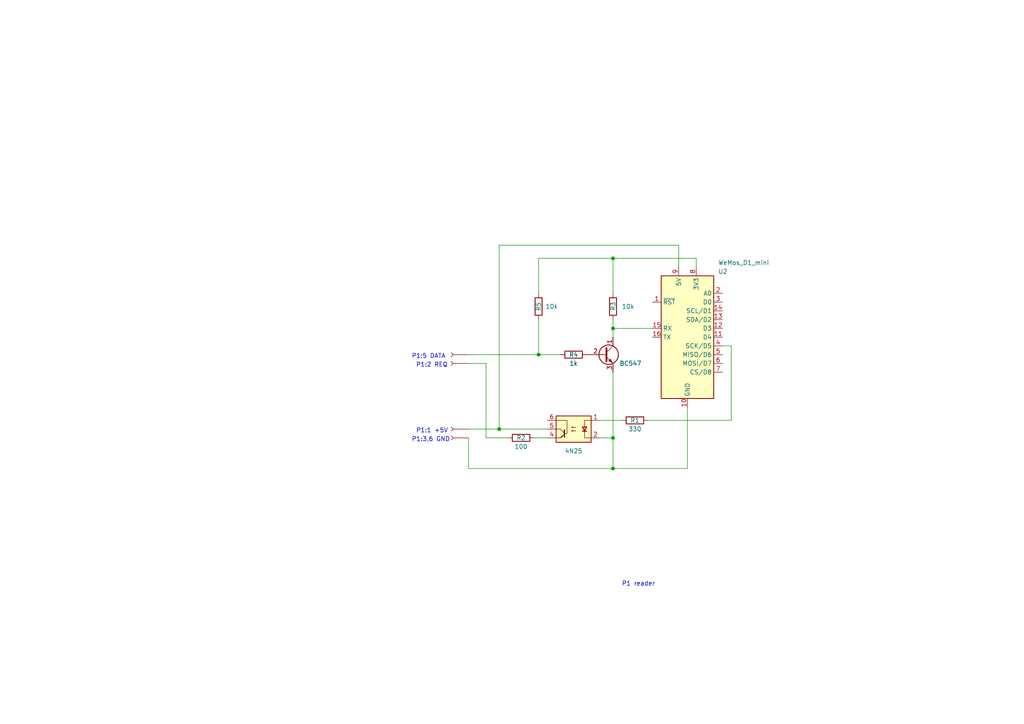
<source format=kicad_sch>
(kicad_sch (version 20230121) (generator eeschema)
  (paper "A4")
  (lib_symbols
    (symbol "Conn_01x02_Socket_1" (pin_numbers hide) (pin_names (offset 1.016) hide)
      (property "Reference" "J" (at 0 2.54 0))
      (property "Value" "Conn_01x02_Socket" (at 0 -5.08 0))
      (symbol "Conn_01x02_Socket_1_1_1"
        (arc (start 0 -2.032) (mid -0.5058 -2.54) (end 0 -3.048) (stroke (width 0.1524)))
        (polyline (pts (xy -1.27 -2.54) (xy -0.508 -2.54)) (stroke (width 0.1524)))
        (polyline (pts (xy -1.27 0) (xy -0.508 0)) (stroke (width 0.1524)))
        (arc (start 0 0.508) (mid -0.5058 0) (end 0 -0.508) (stroke (width 0.1524)))
        (pin passive line (at -5.08 0 0) (length 3.81) (name "Pin_1") (number "1"))
        (pin passive line (at -5.08 -2.54 0) (length 3.81) (name "Pin_2") (number "2"))
      )
    )
    (symbol "Connector:Conn_01x02_Socket" (pin_numbers hide) (pin_names (offset 1.016) hide)
      (property "Reference" "J" (at 0 2.54 0))
      (property "Value" "Conn_01x02_Socket" (at 0 -5.08 0))
      (symbol "Conn_01x02_Socket_1_1"
        (arc (start 0 -2.032) (mid -0.5058 -2.54) (end 0 -3.048) (stroke (width 0.1524)))
        (polyline (pts (xy -1.27 -2.54) (xy -0.508 -2.54)) (stroke (width 0.1524)))
        (polyline (pts (xy -1.27 0) (xy -0.508 0)) (stroke (width 0.1524)))
        (arc (start 0 0.508) (mid -0.5058 0) (end 0 -0.508) (stroke (width 0.1524)))
        (pin passive line (at -5.08 0 0) (length 3.81) (name "Pin_1") (number "1"))
        (pin passive line (at -5.08 -2.54 0) (length 3.81) (name "Pin_2") (number "2"))
      )
    )
    (symbol "Device:R" (pin_numbers hide) (pin_names (offset 0))
      (property "Reference" "R" (at 2.032 0 90))
      (property "Value" "R" (at 0 0 90))
      (symbol "R_0_1"
        (rectangle (start -1.016 -2.54) (end 1.016 2.54) (stroke (width 0.254)))
      )
      (symbol "R_1_1"
        (pin passive line (at 0 3.81 270) (length 1.27) (name "~") (number "1"))
        (pin passive line (at 0 -3.81 90) (length 1.27) (name "~") (number "2"))
      )
    )
    (symbol "Isolator:4N25" (pin_names (offset 1.016))
      (property "Reference" "U" (at -5.08 5.08 0))
      (property "Value" "4N25" (at 0 5.08 0))
      (symbol "4N25_0_1"
        (rectangle (start -5.08 3.81) (end 5.08 -3.81) (stroke (width 0.254)) (fill (type background)))
        (polyline (pts (xy -3.81 -0.635) (xy -2.54 -0.635)) (stroke (width 0.254)))
        (polyline (pts (xy 2.667 -1.397) (xy 3.81 -2.54)))
        (polyline (pts (xy 2.667 -1.143) (xy 3.81 0)))
        (polyline (pts (xy 3.81 -2.54) (xy 5.08 -2.54)))
        (polyline (pts (xy 3.81 0) (xy 5.08 0)))
        (polyline (pts (xy 2.667 -0.254) (xy 2.667 -2.286) (xy 2.667 -2.286)) (stroke (width 0.3556)))
        (polyline (pts (xy -5.08 -2.54) (xy -3.175 -2.54) (xy -3.175 2.54) (xy -5.08 2.54)))
        (polyline (pts (xy -3.175 -0.635) (xy -3.81 0.635) (xy -2.54 0.635) (xy -3.175 -0.635)) (stroke (width 0.254)))
        (polyline (pts (xy 3.683 -2.413) (xy 3.429 -1.905) (xy 3.175 -2.159) (xy 3.683 -2.413)))
        (polyline (pts (xy 5.08 2.54) (xy 1.905 2.54) (xy 1.905 -1.27) (xy 2.54 -1.27)))
        (polyline (pts (xy -0.635 -0.508) (xy 0.635 -0.508) (xy 0.254 -0.635) (xy 0.254 -0.381) (xy 0.635 -0.508)))
        (polyline (pts (xy -0.635 0.508) (xy 0.635 0.508) (xy 0.254 0.381) (xy 0.254 0.635) (xy 0.635 0.508)))
      )
      (symbol "4N25_1_1"
        (pin passive line (at -7.62 2.54 0) (length 2.54) (name "~") (number "1"))
        (pin passive line (at -7.62 -2.54 0) (length 2.54) (name "~") (number "2"))
        (pin no_connect line (at -5.08 0 0) (length 2.54) hide (name "NC") (number "3"))
        (pin passive line (at 7.62 -2.54 180) (length 2.54) (name "~") (number "4"))
        (pin passive line (at 7.62 0 180) (length 2.54) (name "~") (number "5"))
        (pin passive line (at 7.62 2.54 180) (length 2.54) (name "~") (number "6"))
      )
    )
    (symbol "MCU_Module:WeMos_D1_mini"
      (property "Reference" "U" (at 3.81 19.05 0))
      (property "Value" "WeMos_D1_mini" (at 1.27 -19.05 0))
      (symbol "WeMos_D1_mini_1_1"
        (rectangle (start -7.62 17.78) (end 7.62 -17.78) (stroke (width 0.254)) (fill (type background)))
        (pin input line (at -10.16 10.16 0) (length 2.54) (name "~{RST}") (number "1"))
        (pin power_in line (at 0 -20.32 90) (length 2.54) (name "GND") (number "10"))
        (pin bidirectional line (at 10.16 0 180) (length 2.54) (name "D4") (number "11"))
        (pin bidirectional line (at 10.16 2.54 180) (length 2.54) (name "D3") (number "12"))
        (pin bidirectional line (at 10.16 5.08 180) (length 2.54) (name "SDA/D2") (number "13"))
        (pin bidirectional line (at 10.16 7.62 180) (length 2.54) (name "SCL/D1") (number "14"))
        (pin input line (at -10.16 2.54 0) (length 2.54) (name "RX") (number "15"))
        (pin output line (at -10.16 0 0) (length 2.54) (name "TX") (number "16"))
        (pin input line (at 10.16 12.7 180) (length 2.54) (name "A0") (number "2"))
        (pin bidirectional line (at 10.16 10.16 180) (length 2.54) (name "D0") (number "3"))
        (pin bidirectional line (at 10.16 -2.54 180) (length 2.54) (name "SCK/D5") (number "4"))
        (pin bidirectional line (at 10.16 -5.08 180) (length 2.54) (name "MISO/D6") (number "5"))
        (pin bidirectional line (at 10.16 -7.62 180) (length 2.54) (name "MOSI/D7") (number "6"))
        (pin bidirectional line (at 10.16 -10.16 180) (length 2.54) (name "CS/D8") (number "7"))
        (pin power_out line (at 2.54 20.32 270) (length 2.54) (name "3V3") (number "8"))
        (pin power_in line (at -2.54 20.32 270) (length 2.54) (name "5V") (number "9"))
      )
    )
    (symbol "Transistor_BJT:BC547" (pin_names (offset 0) hide)
      (property "Reference" "Q" (at 5.08 1.905 0))
      (property "Value" "BC547" (at 5.08 0 0))
      (symbol "BC547_0_1"
        (polyline (pts (xy 0 0) (xy 0.635 0)))
        (polyline (pts (xy 0.635 0.635) (xy 2.54 2.54)))
        (polyline (pts (xy 0.635 -0.635) (xy 2.54 -2.54) (xy 2.54 -2.54)))
        (polyline (pts (xy 0.635 1.905) (xy 0.635 -1.905) (xy 0.635 -1.905)) (stroke (width 0.508)))
        (polyline (pts (xy 1.27 -1.778) (xy 1.778 -1.27) (xy 2.286 -2.286) (xy 1.27 -1.778) (xy 1.27 -1.778)) (fill (type outline)))
        (circle (center 1.27 0) (radius 2.8194) (stroke (width 0.254)))
      )
      (symbol "BC547_1_1"
        (pin passive line (at 2.54 5.08 270) (length 2.54) (name "C") (number "1"))
        (pin input line (at -5.08 0 0) (length 5.08) (name "B") (number "2"))
        (pin passive line (at 2.54 -5.08 90) (length 2.54) (name "E") (number "3"))
      )
    )
  )
  (junction (at 177.8 95.25))
  (junction (at 177.8 135.89))
  (junction (at 144.78 124.46))
  (junction (at 156.21 102.87))
  (junction (at 177.8 74.93))
  (junction (at 177.8 127))
  (wire (pts (xy 177.8 107.95) (xy 177.8 127)))
  (wire (pts (xy 140.97 105.41) (xy 140.97 127)))
  (wire (pts (xy 212.09 100.33) (xy 212.09 121.92)))
  (wire (pts (xy 156.21 74.93) (xy 177.8 74.93)))
  (wire (pts (xy 177.8 85.09) (xy 177.8 74.93)))
  (wire (pts (xy 135.89 124.46) (xy 144.78 124.46)))
  (wire (pts (xy 144.78 71.12) (xy 196.85 71.12)))
  (wire (pts (xy 135.89 127) (xy 135.89 135.89)))
  (wire (pts (xy 173.99 127) (xy 177.8 127)))
  (wire (pts (xy 154.94 127) (xy 158.75 127)))
  (wire (pts (xy 199.39 135.89) (xy 177.8 135.89)))
  (wire (pts (xy 177.8 127) (xy 177.8 135.89)))
  (wire (pts (xy 135.89 135.89) (xy 177.8 135.89)))
  (wire (pts (xy 177.8 95.25) (xy 189.23 95.25)))
  (wire (pts (xy 209.55 100.33) (xy 212.09 100.33)))
  (wire (pts (xy 144.78 124.46) (xy 144.78 71.12)))
  (wire (pts (xy 156.21 92.71) (xy 156.21 102.87)))
  (wire (pts (xy 135.89 102.87) (xy 156.21 102.87)))
  (wire (pts (xy 196.85 71.12) (xy 196.85 77.47)))
  (wire (pts (xy 135.89 105.41) (xy 140.97 105.41)))
  (wire (pts (xy 156.21 102.87) (xy 162.56 102.87)))
  (wire (pts (xy 199.39 118.11) (xy 199.39 135.89)))
  (wire (pts (xy 212.09 121.92) (xy 187.96 121.92)))
  (wire (pts (xy 144.78 124.46) (xy 158.75 124.46)))
  (wire (pts (xy 201.93 74.93) (xy 201.93 77.47)))
  (wire (pts (xy 177.8 95.25) (xy 177.8 97.79)))
  (wire (pts (xy 173.99 121.92) (xy 180.34 121.92)))
  (wire (pts (xy 177.8 74.93) (xy 201.93 74.93)))
  (wire (pts (xy 156.21 85.09) (xy 156.21 74.93)))
  (wire (pts (xy 140.97 127) (xy 147.32 127)))
  (wire (pts (xy 177.8 92.71) (xy 177.8 95.25)))
  (text "P1 reader" (at 180.34 170.18 0) (effects (font (size 1.27 1.27)) (justify left bottom)))
  (text "P1:1 +5V" (at 120.65 125.73 0) (effects (font (size 1.27 1.27)) (justify left bottom)))
  (text "P1:2 REQ" (at 120.65 106.68 0) (effects (font (size 1.27 1.27)) (justify left bottom)))
  (text "P1:5 DATA" (at 119.38 104.14 0) (effects (font (size 1.27 1.27)) (justify left bottom)))
  (text "P1:3,6 GND" (at 119.38 128.27 0) (effects (font (size 1.27 1.27)) (justify left bottom)))
  (symbol (lib_id "Device:R") (at 166.37 102.87 90) (unit 1)
    (property "Reference" "R4" (at 166.37 102.87 90))
    (property "Value" "1k" (at 166.37 105.41 90))
    (property "Footprint" "Resistor_THT:R_Axial_DIN0207_L6.3mm_D2.5mm_P10.16mm_Horizontal" (effects hide))
  )
  (symbol (lib_id "Transistor_BJT:BC547") (at 175.26 102.87 0) (unit 1)
    (property "Reference" "Q1" (effects hide))
    (property "Value" "BC547" (at 182.88 105.41 0))
    (property "Footprint" "Package_TO_SOT_THT:TO-92_Inline" (effects hide))
    (property "Datasheet" "https://www.onsemi.com/pub/Collateral/BC550-D.pdf" (effects hide))
  )
  (symbol (lib_id "Device:R") (at 177.8 88.9 180) (unit 1)
    (property "Reference" "R3" (at 177.8 90.17 90) (effects (justify right)))
    (property "Value" "10k" (at 180.34 88.9 0) (effects (justify right)))
    (property "Footprint" "Resistor_THT:R_Axial_DIN0207_L6.3mm_D2.5mm_P10.16mm_Horizontal" (effects hide))
  )
  (symbol (lib_name "Conn_01x02_Socket_1") (lib_id "Connector:Conn_01x02_Socket") (at 130.81 124.46 0) (mirror y) (unit 1)
    (property "Reference" "J1" (effects hide))
    (property "Value" "Conn_01x02_Socket" (effects hide))
    (property "Footprint" "Connector_JST:JST_EH_B2B-EH-A_1x02_P2.50mm_Vertical" (effects hide))
  )
  (symbol (lib_id "Device:R") (at 156.21 88.9 0) (unit 1)
    (property "Reference" "R5" (at 156.21 88.9 90))
    (property "Value" "10k" (at 160.02 88.9 0))
    (property "Footprint" "Resistor_THT:R_Axial_DIN0207_L6.3mm_D2.5mm_P10.16mm_Horizontal" (effects hide))
  )
  (symbol (lib_id "Device:R") (at 151.13 127 90) (unit 1)
    (property "Reference" "R2" (at 151.13 127 90))
    (property "Value" "100" (at 151.13 129.54 90))
    (property "Footprint" "Resistor_THT:R_Axial_DIN0207_L6.3mm_D2.5mm_P10.16mm_Horizontal" (effects hide))
  )
  (symbol (lib_id "Connector:Conn_01x02_Socket") (at 130.81 102.87 0) (mirror y) (unit 1)
    (property "Reference" "J2" (effects hide))
    (property "Value" "Conn_01x02_Socket" (effects hide))
    (property "Footprint" "Connector_JST:JST_EH_B2B-EH-A_1x02_P2.50mm_Vertical" (effects hide))
  )
  (symbol (lib_id "Device:R") (at 184.15 121.92 90) (unit 1)
    (property "Reference" "R1" (at 184.15 121.92 90))
    (property "Value" "330" (at 184.15 124.46 90))
    (property "Footprint" "Resistor_THT:R_Axial_DIN0207_L6.3mm_D2.5mm_P10.16mm_Horizontal" (effects hide))
  )
  (symbol (lib_id "Isolator:4N25") (at 166.37 124.46 0) (mirror y) (unit 1)
    (property "Reference" "U1" (effects hide))
    (property "Value" "4N25" (at 166.37 130.81 0))
    (property "Footprint" "Package_DIP:DIP-6_W7.62mm" (effects hide))
    (property "Datasheet" "https://www.vishay.com/docs/83725/4n25.pdf" (effects hide))
  )
  (symbol (lib_id "MCU_Module:WeMos_D1_mini") (at 199.39 97.79 0) (unit 1)
    (property "Reference" "U2" (at 208.28 78.74 0) (effects (justify left)))
    (property "Value" "WeMos_D1_mini" (at 208.28 76.2 0) (effects (justify left)))
    (property "Footprint" "Module:WEMOS_D1_mini_light" (effects hide))
    (property "Datasheet" "https://wiki.wemos.cc/products:d1:d1_mini#documentation" (effects hide))
  )
)
</source>
